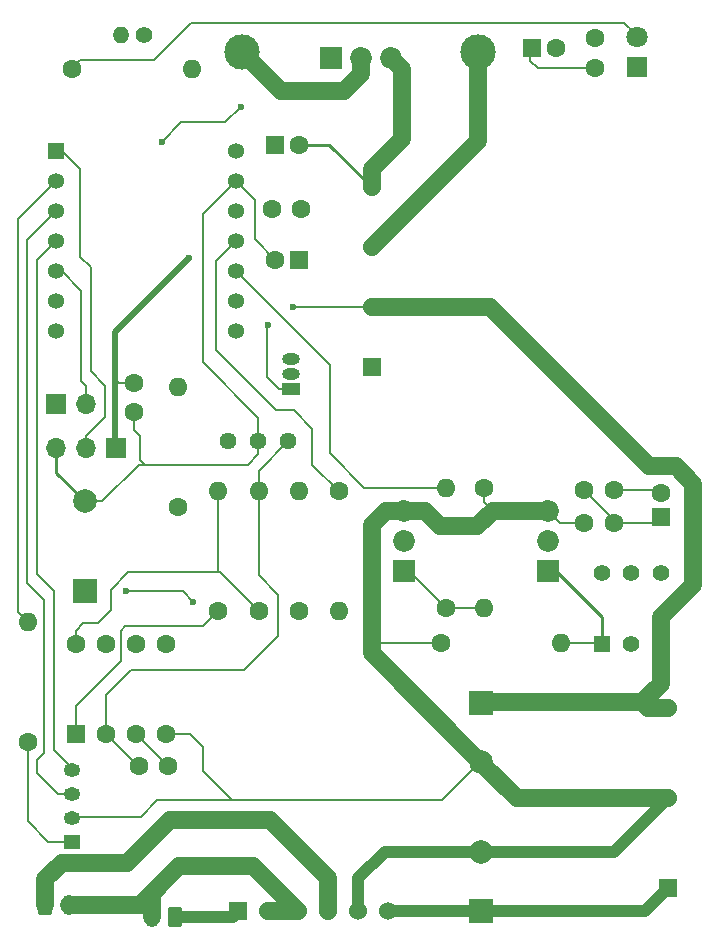
<source format=gtl>
G04 #@! TF.GenerationSoftware,KiCad,Pcbnew,8.0.4*
G04 #@! TF.CreationDate,2024-08-08T12:00:57+02:00*
G04 #@! TF.ProjectId,LED-board-PWM,4c45442d-626f-4617-9264-2d50574d2e6b,rev?*
G04 #@! TF.SameCoordinates,Original*
G04 #@! TF.FileFunction,Copper,L1,Top*
G04 #@! TF.FilePolarity,Positive*
%FSLAX46Y46*%
G04 Gerber Fmt 4.6, Leading zero omitted, Abs format (unit mm)*
G04 Created by KiCad (PCBNEW 8.0.4) date 2024-08-08 12:00:57*
%MOMM*%
%LPD*%
G01*
G04 APERTURE LIST*
G04 Aperture macros list*
%AMRoundRect*
0 Rectangle with rounded corners*
0 $1 Rounding radius*
0 $2 $3 $4 $5 $6 $7 $8 $9 X,Y pos of 4 corners*
0 Add a 4 corners polygon primitive as box body*
4,1,4,$2,$3,$4,$5,$6,$7,$8,$9,$2,$3,0*
0 Add four circle primitives for the rounded corners*
1,1,$1+$1,$2,$3*
1,1,$1+$1,$4,$5*
1,1,$1+$1,$6,$7*
1,1,$1+$1,$8,$9*
0 Add four rect primitives between the rounded corners*
20,1,$1+$1,$2,$3,$4,$5,0*
20,1,$1+$1,$4,$5,$6,$7,0*
20,1,$1+$1,$6,$7,$8,$9,0*
20,1,$1+$1,$8,$9,$2,$3,0*%
G04 Aperture macros list end*
G04 #@! TA.AperFunction,ComponentPad*
%ADD10C,1.600000*%
G04 #@! TD*
G04 #@! TA.AperFunction,ComponentPad*
%ADD11R,1.600000X1.600000*%
G04 #@! TD*
G04 #@! TA.AperFunction,ComponentPad*
%ADD12R,1.524000X1.524000*%
G04 #@! TD*
G04 #@! TA.AperFunction,ComponentPad*
%ADD13C,1.524000*%
G04 #@! TD*
G04 #@! TA.AperFunction,ComponentPad*
%ADD14O,1.600000X1.600000*%
G04 #@! TD*
G04 #@! TA.AperFunction,ComponentPad*
%ADD15RoundRect,0.250000X0.350000X0.625000X-0.350000X0.625000X-0.350000X-0.625000X0.350000X-0.625000X0*%
G04 #@! TD*
G04 #@! TA.AperFunction,ComponentPad*
%ADD16O,1.200000X1.750000*%
G04 #@! TD*
G04 #@! TA.AperFunction,ComponentPad*
%ADD17R,1.800000X1.800000*%
G04 #@! TD*
G04 #@! TA.AperFunction,ComponentPad*
%ADD18C,1.800000*%
G04 #@! TD*
G04 #@! TA.AperFunction,ComponentPad*
%ADD19R,1.397000X1.143000*%
G04 #@! TD*
G04 #@! TA.AperFunction,ComponentPad*
%ADD20O,1.397000X1.143000*%
G04 #@! TD*
G04 #@! TA.AperFunction,SMDPad,CuDef*
%ADD21C,3.000000*%
G04 #@! TD*
G04 #@! TA.AperFunction,ComponentPad*
%ADD22R,1.850000X1.850000*%
G04 #@! TD*
G04 #@! TA.AperFunction,ComponentPad*
%ADD23C,1.850000*%
G04 #@! TD*
G04 #@! TA.AperFunction,ComponentPad*
%ADD24C,1.440000*%
G04 #@! TD*
G04 #@! TA.AperFunction,ComponentPad*
%ADD25RoundRect,0.250000X-0.350000X-0.625000X0.350000X-0.625000X0.350000X0.625000X-0.350000X0.625000X0*%
G04 #@! TD*
G04 #@! TA.AperFunction,ComponentPad*
%ADD26R,2.000000X2.000000*%
G04 #@! TD*
G04 #@! TA.AperFunction,ComponentPad*
%ADD27C,2.000000*%
G04 #@! TD*
G04 #@! TA.AperFunction,ComponentPad*
%ADD28C,1.400000*%
G04 #@! TD*
G04 #@! TA.AperFunction,ComponentPad*
%ADD29O,1.400000X1.400000*%
G04 #@! TD*
G04 #@! TA.AperFunction,ComponentPad*
%ADD30R,1.700000X1.700000*%
G04 #@! TD*
G04 #@! TA.AperFunction,ComponentPad*
%ADD31O,1.700000X1.700000*%
G04 #@! TD*
G04 #@! TA.AperFunction,ComponentPad*
%ADD32R,1.500000X1.000000*%
G04 #@! TD*
G04 #@! TA.AperFunction,ComponentPad*
%ADD33O,1.500000X1.000000*%
G04 #@! TD*
G04 #@! TA.AperFunction,ComponentPad*
%ADD34R,1.358000X1.358000*%
G04 #@! TD*
G04 #@! TA.AperFunction,ComponentPad*
%ADD35C,1.358000*%
G04 #@! TD*
G04 #@! TA.AperFunction,ComponentPad*
%ADD36R,1.408000X1.408000*%
G04 #@! TD*
G04 #@! TA.AperFunction,ComponentPad*
%ADD37C,1.408000*%
G04 #@! TD*
G04 #@! TA.AperFunction,ViaPad*
%ADD38C,0.600000*%
G04 #@! TD*
G04 #@! TA.AperFunction,Conductor*
%ADD39C,0.127000*%
G04 #@! TD*
G04 #@! TA.AperFunction,Conductor*
%ADD40C,1.500000*%
G04 #@! TD*
G04 #@! TA.AperFunction,Conductor*
%ADD41C,1.000000*%
G04 #@! TD*
G04 #@! TA.AperFunction,Conductor*
%ADD42C,0.254000*%
G04 #@! TD*
G04 #@! TA.AperFunction,Conductor*
%ADD43C,0.200000*%
G04 #@! TD*
G04 #@! TA.AperFunction,Conductor*
%ADD44C,0.508000*%
G04 #@! TD*
G04 APERTURE END LIST*
D10*
X122850000Y-65750000D03*
D11*
X124850000Y-65750000D03*
X122844888Y-56000000D03*
D10*
X124844888Y-56000000D03*
D11*
X144600000Y-47800000D03*
D10*
X146600000Y-47800000D03*
D12*
X131000000Y-74825000D03*
D13*
X131000000Y-69745000D03*
X131000000Y-64665000D03*
X131000000Y-59585000D03*
D10*
X124825000Y-95530000D03*
D14*
X124825000Y-85370000D03*
D15*
X114380600Y-121400000D03*
D16*
X112380600Y-121400000D03*
D17*
X153450000Y-49400000D03*
D18*
X153450000Y-46860000D03*
D19*
X105614747Y-115038574D03*
D20*
X105614747Y-113006574D03*
X105614747Y-110974574D03*
X105614747Y-108942574D03*
D10*
X140550000Y-85070000D03*
D14*
X140550000Y-95230000D03*
D21*
X140000000Y-48200000D03*
D22*
X133700000Y-92080000D03*
D23*
X133700000Y-89540000D03*
X133700000Y-87000000D03*
D10*
X125050000Y-61450000D03*
X122550000Y-61450000D03*
D24*
X123950000Y-81100000D03*
X121410000Y-81100000D03*
X118870000Y-81100000D03*
D25*
X103380600Y-120400000D03*
D16*
X105380600Y-120400000D03*
D26*
X106700000Y-93800000D03*
D27*
X106700000Y-86200000D03*
D10*
X149000000Y-85250000D03*
X151500000Y-85250000D03*
D28*
X111705000Y-46700000D03*
D29*
X109805000Y-46700000D03*
D30*
X104300000Y-78000000D03*
D31*
X106840000Y-78000000D03*
D10*
X128200000Y-85370000D03*
D14*
X128200000Y-95530000D03*
D32*
X124200000Y-76700000D03*
D33*
X124200000Y-75430000D03*
X124200000Y-74160000D03*
D10*
X110900000Y-76150000D03*
X110900000Y-78650000D03*
X137300000Y-95235000D03*
D14*
X137300000Y-85075000D03*
D10*
X118025000Y-95525000D03*
D14*
X118025000Y-85365000D03*
D10*
X149900000Y-49500000D03*
X149900000Y-47000000D03*
X136850000Y-98200000D03*
D14*
X147010000Y-98200000D03*
D12*
X119709400Y-120916500D03*
D13*
X122249400Y-120916500D03*
X124789400Y-120916500D03*
X127329400Y-120916500D03*
X129869400Y-120916500D03*
X132409400Y-120916500D03*
D10*
X111300000Y-108600000D03*
X113800000Y-108600000D03*
D12*
X156088700Y-118941200D03*
D13*
X156088700Y-111321200D03*
X156088700Y-103701200D03*
D10*
X155500000Y-85500000D03*
D11*
X155500000Y-87500000D03*
D34*
X104250000Y-56560000D03*
D35*
X104250000Y-59100000D03*
X104250000Y-61640000D03*
X104250000Y-64180000D03*
X104250000Y-66720000D03*
X104250000Y-69260000D03*
X104250000Y-71800000D03*
X119490000Y-71800000D03*
X119490000Y-69260000D03*
X119490000Y-66720000D03*
X119490000Y-64180000D03*
X119490000Y-61640000D03*
X119490000Y-59100000D03*
X119490000Y-56560000D03*
D10*
X105620000Y-49600000D03*
D14*
X115780000Y-49600000D03*
D10*
X121450000Y-95525000D03*
D14*
X121450000Y-85365000D03*
D22*
X145940000Y-92080000D03*
D23*
X145940000Y-89540000D03*
X145940000Y-87000000D03*
D22*
X127600000Y-48700000D03*
D23*
X130140000Y-48700000D03*
X132680000Y-48700000D03*
D36*
X150500000Y-98250000D03*
D37*
X153000000Y-98250000D03*
X155500000Y-98250000D03*
X150500000Y-92250000D03*
X153000000Y-92250000D03*
X155500000Y-92250000D03*
D10*
X149000000Y-88000000D03*
X151500000Y-88000000D03*
D21*
X120000000Y-48200000D03*
D26*
X140250000Y-103250000D03*
D27*
X140250000Y-108250000D03*
D10*
X114600000Y-86655000D03*
D14*
X114600000Y-76495000D03*
D11*
X105950000Y-105910000D03*
D10*
X108490000Y-105910000D03*
X111030000Y-105910000D03*
X113570000Y-105910000D03*
X113570000Y-98290000D03*
X111030000Y-98290000D03*
X108490000Y-98290000D03*
X105950000Y-98290000D03*
X101900000Y-106560000D03*
D14*
X101900000Y-96400000D03*
D26*
X140250000Y-120867677D03*
D27*
X140250000Y-115867677D03*
D30*
X109345000Y-81650000D03*
D31*
X106805000Y-81650000D03*
X104265000Y-81650000D03*
D38*
X130600000Y-90150000D03*
X124350000Y-69750000D03*
X122250000Y-71250000D03*
X115500000Y-65630000D03*
X115900000Y-94700000D03*
X110200000Y-93800000D03*
X119900000Y-52800000D03*
X113250000Y-55750000D03*
D39*
X122850000Y-65750000D02*
X121100000Y-64000000D01*
X121100000Y-64000000D02*
X121100000Y-60710000D01*
X121100000Y-60710000D02*
X119490000Y-59100000D01*
X149000000Y-85250000D02*
X151500000Y-87750000D01*
X151500000Y-87750000D02*
X151500000Y-88000000D01*
X145940000Y-87000000D02*
X146940000Y-88000000D01*
X146940000Y-88000000D02*
X149000000Y-88000000D01*
X151500000Y-88000000D02*
X155000000Y-88000000D01*
X155000000Y-88000000D02*
X155500000Y-87500000D01*
X119200000Y-111500000D02*
X136932323Y-111500000D01*
X116700000Y-109000000D02*
X116700000Y-107000000D01*
D40*
X135500000Y-87000000D02*
X133700000Y-87000000D01*
D39*
X145990000Y-86950000D02*
X145940000Y-87000000D01*
X112850000Y-111500000D02*
X115100000Y-111500000D01*
D40*
X112380600Y-119419400D02*
X113350000Y-118450000D01*
D39*
X116700000Y-107000000D02*
X115610000Y-105910000D01*
D41*
X129869400Y-118130600D02*
X132132323Y-115867677D01*
D40*
X139890000Y-88300000D02*
X136800000Y-88300000D01*
D39*
X122850000Y-61600000D02*
X122750000Y-61500000D01*
X110900000Y-78650000D02*
X110900000Y-80200000D01*
X111400000Y-82700000D02*
X111800000Y-83100000D01*
D42*
X104265000Y-81650000D02*
X104265000Y-83765000D01*
D43*
X121410000Y-81100000D02*
X121410000Y-79110000D01*
D39*
X115610000Y-105910000D02*
X113570000Y-105910000D01*
D43*
X120500000Y-83100000D02*
X111800000Y-83100000D01*
X108200000Y-86200000D02*
X106700000Y-86200000D01*
D39*
X111400000Y-80700000D02*
X111400000Y-82700000D01*
D40*
X131000000Y-88200000D02*
X132200000Y-87000000D01*
X131000000Y-99032323D02*
X131000000Y-88200000D01*
X136800000Y-88300000D02*
X135500000Y-87000000D01*
X140000000Y-88250000D02*
X139970000Y-88220000D01*
D41*
X151542223Y-115867677D02*
X156088700Y-111321200D01*
D43*
X121410000Y-81100000D02*
X121410000Y-82190000D01*
X121410000Y-82190000D02*
X120500000Y-83100000D01*
D40*
X120972900Y-117100000D02*
X124789400Y-120916500D01*
X113350000Y-118450000D02*
X114700000Y-117100000D01*
X112380600Y-121400000D02*
X112380600Y-119419400D01*
D41*
X129869400Y-120916500D02*
X129869400Y-118130600D01*
X140250000Y-115867677D02*
X151542223Y-115867677D01*
D39*
X136720000Y-98200000D02*
X131832323Y-98200000D01*
X115100000Y-111500000D02*
X119200000Y-111500000D01*
D40*
X105380600Y-120400000D02*
X111400000Y-120400000D01*
X124789400Y-120916500D02*
X122249400Y-120916500D01*
D43*
X111800000Y-83100000D02*
X111300000Y-83100000D01*
D39*
X136932323Y-111500000D02*
X140200000Y-108232323D01*
X140550000Y-85070000D02*
X140550000Y-86300000D01*
D42*
X104265000Y-83765000D02*
X106700000Y-86200000D01*
D39*
X119200000Y-111500000D02*
X116700000Y-109000000D01*
D43*
X116700000Y-74400000D02*
X116700000Y-61890000D01*
D40*
X156088700Y-111321200D02*
X143288877Y-111321200D01*
D43*
X116700000Y-61890000D02*
X119490000Y-59100000D01*
D41*
X132132323Y-115867677D02*
X140250000Y-115867677D01*
D39*
X122850000Y-61750000D02*
X122550000Y-61450000D01*
D40*
X132200000Y-87000000D02*
X133700000Y-87000000D01*
X114700000Y-117100000D02*
X120972900Y-117100000D01*
X111400000Y-120400000D02*
X113350000Y-118450000D01*
D39*
X122400000Y-61500000D02*
X122750000Y-61500000D01*
D43*
X111300000Y-83100000D02*
X108200000Y-86200000D01*
D40*
X143288877Y-111321200D02*
X140200000Y-108232323D01*
D39*
X131832323Y-98200000D02*
X131000000Y-99032323D01*
D43*
X121410000Y-79110000D02*
X116700000Y-74400000D01*
D40*
X145940000Y-87000000D02*
X141250000Y-87000000D01*
D39*
X140550000Y-86300000D02*
X141250000Y-87000000D01*
X105614747Y-112906574D02*
X111443426Y-112906574D01*
D40*
X141250000Y-87000000D02*
X140000000Y-88250000D01*
D39*
X110900000Y-80200000D02*
X111400000Y-80700000D01*
D40*
X139970000Y-88220000D02*
X139890000Y-88300000D01*
X140200000Y-108232323D02*
X131000000Y-99032323D01*
D39*
X111443426Y-112906574D02*
X112850000Y-111500000D01*
X102700000Y-109200000D02*
X102700000Y-108100000D01*
X102700000Y-108100000D02*
X103300000Y-107500000D01*
X101800000Y-93100000D02*
X101800000Y-64090000D01*
X101800000Y-64090000D02*
X104250000Y-61640000D01*
X105614747Y-110974574D02*
X104474574Y-110974574D01*
X103300000Y-94600000D02*
X101800000Y-93100000D01*
X104474574Y-110974574D02*
X102700000Y-109200000D01*
X103300000Y-107500000D02*
X103300000Y-94600000D01*
X105614747Y-115038574D02*
X103638574Y-115038574D01*
X103638574Y-115038574D02*
X101900000Y-113300000D01*
X101900000Y-113300000D02*
X101900000Y-106560000D01*
X104100000Y-107300000D02*
X104100000Y-93800000D01*
X102650000Y-92350000D02*
X102650000Y-65800000D01*
X104100000Y-93800000D02*
X102650000Y-92350000D01*
X105614747Y-108814747D02*
X104100000Y-107300000D01*
X105614747Y-108942574D02*
X105614747Y-108814747D01*
X102650000Y-65800000D02*
X104270000Y-64180000D01*
D40*
X130140000Y-50008147D02*
X128648147Y-51500000D01*
X130140000Y-48700000D02*
X130140000Y-50008147D01*
X128648147Y-51500000D02*
X123300000Y-51500000D01*
X123300000Y-51500000D02*
X120000000Y-48200000D01*
X140000000Y-48200000D02*
X140000000Y-55665000D01*
X140000000Y-55665000D02*
X131000000Y-64665000D01*
D43*
X122150000Y-71350000D02*
X122150000Y-75700000D01*
D39*
X118312500Y-92387500D02*
X118025000Y-92100000D01*
X118312500Y-92387500D02*
X121450000Y-95525000D01*
X105950000Y-98290000D02*
X105950000Y-97150000D01*
D43*
X122150000Y-75700000D02*
X123150000Y-76700000D01*
D39*
X118025000Y-92100000D02*
X118025000Y-85365000D01*
X107800000Y-96500000D02*
X108900000Y-95400000D01*
D43*
X128195000Y-69745000D02*
X131000000Y-69745000D01*
X124350000Y-69750000D02*
X128190000Y-69750000D01*
D39*
X106600000Y-96500000D02*
X107800000Y-96500000D01*
X108900000Y-93700000D02*
X110400000Y-92200000D01*
D40*
X156750000Y-83250000D02*
X158250000Y-84750000D01*
X158250000Y-84750000D02*
X158250000Y-93250000D01*
D39*
X110400000Y-92200000D02*
X118125000Y-92200000D01*
D43*
X128190000Y-69750000D02*
X128195000Y-69745000D01*
D40*
X154388700Y-103701200D02*
X156088700Y-103701200D01*
D43*
X122250000Y-71250000D02*
X122150000Y-71350000D01*
D42*
X155700000Y-103312500D02*
X156088700Y-103701200D01*
D40*
X131000000Y-69745000D02*
X140995000Y-69745000D01*
D39*
X105950000Y-97150000D02*
X106600000Y-96500000D01*
X118125000Y-92200000D02*
X118312500Y-92387500D01*
X108900000Y-95400000D02*
X108900000Y-93700000D01*
D43*
X123150000Y-76700000D02*
X124200000Y-76700000D01*
D40*
X153919823Y-103232323D02*
X154388700Y-103701200D01*
X155500000Y-101652146D02*
X153919823Y-103232323D01*
X154500000Y-83250000D02*
X156750000Y-83250000D01*
X158250000Y-93250000D02*
X155500000Y-96000000D01*
X155500000Y-96000000D02*
X155500000Y-101652146D01*
X140200000Y-103232323D02*
X153919823Y-103232323D01*
X140995000Y-69745000D02*
X154500000Y-83250000D01*
D39*
X113720000Y-108600000D02*
X113800000Y-108600000D01*
X111030000Y-105910000D02*
X113720000Y-108600000D01*
D44*
X109300000Y-75800000D02*
X109300000Y-71830000D01*
D39*
X110900000Y-76150000D02*
X109650000Y-76150000D01*
D44*
X109300000Y-81605000D02*
X109345000Y-81650000D01*
D39*
X109650000Y-76150000D02*
X109300000Y-75800000D01*
D44*
X109300000Y-71830000D02*
X115500000Y-65630000D01*
X109300000Y-75800000D02*
X109300000Y-81605000D01*
D39*
X117800000Y-65870000D02*
X119490000Y-64180000D01*
X125975000Y-83145000D02*
X125975000Y-80075000D01*
X128200000Y-85370000D02*
X125975000Y-83145000D01*
X117800000Y-73400000D02*
X117800000Y-65870000D01*
X124400000Y-78500000D02*
X122900000Y-78500000D01*
X122900000Y-78500000D02*
X117800000Y-73400000D01*
X125975000Y-80075000D02*
X124400000Y-78500000D01*
X120000000Y-67230000D02*
X119490000Y-66720000D01*
X120000000Y-67250000D02*
X120000000Y-67230000D01*
X127450000Y-74700000D02*
X120000000Y-67250000D01*
X130375000Y-85075000D02*
X127450000Y-82150000D01*
X127450000Y-82150000D02*
X127450000Y-74700000D01*
X137300000Y-85075000D02*
X130375000Y-85075000D01*
X107200000Y-75200000D02*
X107200000Y-66400000D01*
X106300000Y-65500000D02*
X106300000Y-58100000D01*
X108400000Y-79100000D02*
X108400000Y-76400000D01*
X104760000Y-56560000D02*
X104250000Y-56560000D01*
X106300000Y-58100000D02*
X104760000Y-56560000D01*
X106805000Y-81650000D02*
X106805000Y-80695000D01*
X107200000Y-66400000D02*
X106300000Y-65500000D01*
X106805000Y-80695000D02*
X108400000Y-79100000D01*
X108400000Y-76400000D02*
X107200000Y-75200000D01*
X101050000Y-95550000D02*
X101050000Y-62300000D01*
X101050000Y-62300000D02*
X104250000Y-59100000D01*
X101900000Y-96400000D02*
X101050000Y-95550000D01*
X104760000Y-66720000D02*
X106400000Y-68360000D01*
X106400000Y-76000000D02*
X106840000Y-76440000D01*
X106840000Y-76440000D02*
X106840000Y-78000000D01*
X106400000Y-68360000D02*
X106400000Y-76000000D01*
X115000000Y-93800000D02*
X110200000Y-93800000D01*
X115900000Y-94700000D02*
X115900000Y-94800000D01*
X115900000Y-94700000D02*
X115000000Y-93800000D01*
X146030000Y-89450000D02*
X145940000Y-89540000D01*
X155000000Y-85250000D02*
X155500000Y-85750000D01*
X151500000Y-85250000D02*
X155000000Y-85250000D01*
D40*
X103380600Y-120400000D02*
X103380600Y-118219400D01*
X113900000Y-113200000D02*
X122400000Y-113200000D01*
X127329400Y-120916500D02*
X127329400Y-118129400D01*
X127329400Y-118129400D02*
X122400000Y-113200000D01*
X103380600Y-118219400D02*
X104800000Y-116800000D01*
X104800000Y-116800000D02*
X110300000Y-116800000D01*
X110300000Y-116800000D02*
X113900000Y-113200000D01*
D41*
X114380600Y-121400000D02*
X119225900Y-121400000D01*
X119225900Y-121400000D02*
X119709400Y-120916500D01*
X140201177Y-120916500D02*
X140250000Y-120867677D01*
X140250000Y-120867677D02*
X154162223Y-120867677D01*
X154162223Y-120867677D02*
X156088700Y-118941200D01*
X132409400Y-120916500D02*
X140201177Y-120916500D01*
D39*
X140550000Y-95230000D02*
X137305000Y-95230000D01*
X134145000Y-92080000D02*
X137300000Y-95235000D01*
X137305000Y-95230000D02*
X137300000Y-95235000D01*
X133700000Y-92080000D02*
X134145000Y-92080000D01*
X121450000Y-85365000D02*
X121450000Y-83600000D01*
X121450000Y-85365000D02*
X121450000Y-92450000D01*
X111180000Y-108600000D02*
X111300000Y-108600000D01*
X121450000Y-92450000D02*
X123100000Y-94100000D01*
X108490000Y-102610000D02*
X108490000Y-105910000D01*
X120200000Y-100500000D02*
X110600000Y-100500000D01*
X123100000Y-97600000D02*
X120200000Y-100500000D01*
X123100000Y-94100000D02*
X123100000Y-97600000D01*
X108490000Y-105910000D02*
X111180000Y-108600000D01*
X121450000Y-83600000D02*
X123950000Y-81100000D01*
X110600000Y-100500000D02*
X108490000Y-102610000D01*
X124500000Y-84840000D02*
X124500000Y-85220000D01*
D40*
X131000000Y-58100000D02*
X131000000Y-59585000D01*
D42*
X127415000Y-56000000D02*
X131000000Y-59585000D01*
D40*
X132680000Y-48700000D02*
X133600000Y-49620000D01*
X133600000Y-55500000D02*
X131000000Y-58100000D01*
X133600000Y-49620000D02*
X133600000Y-55500000D01*
D39*
X105620000Y-49500000D02*
X106320000Y-48800000D01*
X152400000Y-45700000D02*
X153200000Y-46500000D01*
X115700000Y-45700000D02*
X152400000Y-45700000D01*
X106320000Y-48800000D02*
X112600000Y-48800000D01*
X112600000Y-48800000D02*
X115700000Y-45700000D01*
X150012500Y-98200000D02*
X150500000Y-98687500D01*
X146880000Y-98200000D02*
X150012500Y-98200000D01*
D42*
X150500000Y-96000000D02*
X146580000Y-92080000D01*
X146580000Y-92080000D02*
X145940000Y-92080000D01*
X150500000Y-98687500D02*
X150500000Y-96000000D01*
D39*
X114900000Y-54100000D02*
X118600000Y-54100000D01*
X144450000Y-47750000D02*
X144450000Y-48900000D01*
X118600000Y-54100000D02*
X119900000Y-52800000D01*
X118025000Y-95525000D02*
X116750000Y-96800000D01*
X110150000Y-96800000D02*
X109750000Y-97200000D01*
X116750000Y-96800000D02*
X110150000Y-96800000D01*
X109750000Y-99700000D02*
X105950000Y-103500000D01*
X105950000Y-103500000D02*
X105950000Y-105910000D01*
X144450000Y-48900000D02*
X145050000Y-49500000D01*
X145050000Y-49500000D02*
X149900000Y-49500000D01*
X109750000Y-97200000D02*
X109750000Y-99700000D01*
X113250000Y-55750000D02*
X114900000Y-54100000D01*
D42*
X124855113Y-56000000D02*
X127415000Y-56000000D01*
M02*

</source>
